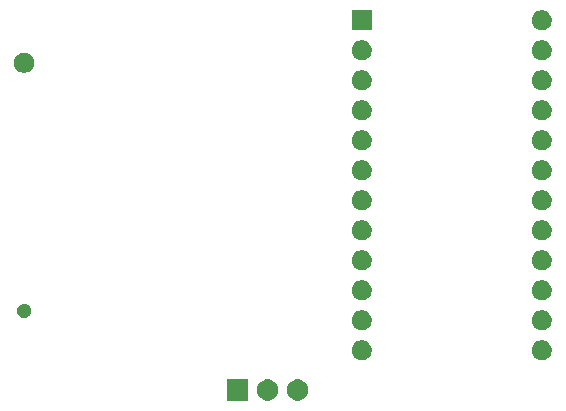
<source format=gbr>
G04 #@! TF.GenerationSoftware,KiCad,Pcbnew,(5.1.5)-3*
G04 #@! TF.CreationDate,2020-01-24T22:37:54-08:00*
G04 #@! TF.ProjectId,sdInterface,7364496e-7465-4726-9661-63652e6b6963,rev?*
G04 #@! TF.SameCoordinates,Original*
G04 #@! TF.FileFunction,Soldermask,Bot*
G04 #@! TF.FilePolarity,Negative*
%FSLAX46Y46*%
G04 Gerber Fmt 4.6, Leading zero omitted, Abs format (unit mm)*
G04 Created by KiCad (PCBNEW (5.1.5)-3) date 2020-01-24 22:37:54*
%MOMM*%
%LPD*%
G04 APERTURE LIST*
%ADD10C,0.100000*%
G04 APERTURE END LIST*
D10*
G36*
X114001000Y-107801000D02*
G01*
X112199000Y-107801000D01*
X112199000Y-105999000D01*
X114001000Y-105999000D01*
X114001000Y-107801000D01*
G37*
G36*
X118293512Y-106003927D02*
G01*
X118442812Y-106033624D01*
X118606784Y-106101544D01*
X118754354Y-106200147D01*
X118879853Y-106325646D01*
X118978456Y-106473216D01*
X119046376Y-106637188D01*
X119081000Y-106811259D01*
X119081000Y-106988741D01*
X119046376Y-107162812D01*
X118978456Y-107326784D01*
X118879853Y-107474354D01*
X118754354Y-107599853D01*
X118606784Y-107698456D01*
X118442812Y-107766376D01*
X118293512Y-107796073D01*
X118268742Y-107801000D01*
X118091258Y-107801000D01*
X118066488Y-107796073D01*
X117917188Y-107766376D01*
X117753216Y-107698456D01*
X117605646Y-107599853D01*
X117480147Y-107474354D01*
X117381544Y-107326784D01*
X117313624Y-107162812D01*
X117279000Y-106988741D01*
X117279000Y-106811259D01*
X117313624Y-106637188D01*
X117381544Y-106473216D01*
X117480147Y-106325646D01*
X117605646Y-106200147D01*
X117753216Y-106101544D01*
X117917188Y-106033624D01*
X118066488Y-106003927D01*
X118091258Y-105999000D01*
X118268742Y-105999000D01*
X118293512Y-106003927D01*
G37*
G36*
X115753512Y-106003927D02*
G01*
X115902812Y-106033624D01*
X116066784Y-106101544D01*
X116214354Y-106200147D01*
X116339853Y-106325646D01*
X116438456Y-106473216D01*
X116506376Y-106637188D01*
X116541000Y-106811259D01*
X116541000Y-106988741D01*
X116506376Y-107162812D01*
X116438456Y-107326784D01*
X116339853Y-107474354D01*
X116214354Y-107599853D01*
X116066784Y-107698456D01*
X115902812Y-107766376D01*
X115753512Y-107796073D01*
X115728742Y-107801000D01*
X115551258Y-107801000D01*
X115526488Y-107796073D01*
X115377188Y-107766376D01*
X115213216Y-107698456D01*
X115065646Y-107599853D01*
X114940147Y-107474354D01*
X114841544Y-107326784D01*
X114773624Y-107162812D01*
X114739000Y-106988741D01*
X114739000Y-106811259D01*
X114773624Y-106637188D01*
X114841544Y-106473216D01*
X114940147Y-106325646D01*
X115065646Y-106200147D01*
X115213216Y-106101544D01*
X115377188Y-106033624D01*
X115526488Y-106003927D01*
X115551258Y-105999000D01*
X115728742Y-105999000D01*
X115753512Y-106003927D01*
G37*
G36*
X123848228Y-102721703D02*
G01*
X124003100Y-102785853D01*
X124142481Y-102878985D01*
X124261015Y-102997519D01*
X124354147Y-103136900D01*
X124418297Y-103291772D01*
X124451000Y-103456184D01*
X124451000Y-103623816D01*
X124418297Y-103788228D01*
X124354147Y-103943100D01*
X124261015Y-104082481D01*
X124142481Y-104201015D01*
X124003100Y-104294147D01*
X123848228Y-104358297D01*
X123683816Y-104391000D01*
X123516184Y-104391000D01*
X123351772Y-104358297D01*
X123196900Y-104294147D01*
X123057519Y-104201015D01*
X122938985Y-104082481D01*
X122845853Y-103943100D01*
X122781703Y-103788228D01*
X122749000Y-103623816D01*
X122749000Y-103456184D01*
X122781703Y-103291772D01*
X122845853Y-103136900D01*
X122938985Y-102997519D01*
X123057519Y-102878985D01*
X123196900Y-102785853D01*
X123351772Y-102721703D01*
X123516184Y-102689000D01*
X123683816Y-102689000D01*
X123848228Y-102721703D01*
G37*
G36*
X139088228Y-102721703D02*
G01*
X139243100Y-102785853D01*
X139382481Y-102878985D01*
X139501015Y-102997519D01*
X139594147Y-103136900D01*
X139658297Y-103291772D01*
X139691000Y-103456184D01*
X139691000Y-103623816D01*
X139658297Y-103788228D01*
X139594147Y-103943100D01*
X139501015Y-104082481D01*
X139382481Y-104201015D01*
X139243100Y-104294147D01*
X139088228Y-104358297D01*
X138923816Y-104391000D01*
X138756184Y-104391000D01*
X138591772Y-104358297D01*
X138436900Y-104294147D01*
X138297519Y-104201015D01*
X138178985Y-104082481D01*
X138085853Y-103943100D01*
X138021703Y-103788228D01*
X137989000Y-103623816D01*
X137989000Y-103456184D01*
X138021703Y-103291772D01*
X138085853Y-103136900D01*
X138178985Y-102997519D01*
X138297519Y-102878985D01*
X138436900Y-102785853D01*
X138591772Y-102721703D01*
X138756184Y-102689000D01*
X138923816Y-102689000D01*
X139088228Y-102721703D01*
G37*
G36*
X139088228Y-100181703D02*
G01*
X139243100Y-100245853D01*
X139382481Y-100338985D01*
X139501015Y-100457519D01*
X139594147Y-100596900D01*
X139658297Y-100751772D01*
X139691000Y-100916184D01*
X139691000Y-101083816D01*
X139658297Y-101248228D01*
X139594147Y-101403100D01*
X139501015Y-101542481D01*
X139382481Y-101661015D01*
X139243100Y-101754147D01*
X139088228Y-101818297D01*
X138923816Y-101851000D01*
X138756184Y-101851000D01*
X138591772Y-101818297D01*
X138436900Y-101754147D01*
X138297519Y-101661015D01*
X138178985Y-101542481D01*
X138085853Y-101403100D01*
X138021703Y-101248228D01*
X137989000Y-101083816D01*
X137989000Y-100916184D01*
X138021703Y-100751772D01*
X138085853Y-100596900D01*
X138178985Y-100457519D01*
X138297519Y-100338985D01*
X138436900Y-100245853D01*
X138591772Y-100181703D01*
X138756184Y-100149000D01*
X138923816Y-100149000D01*
X139088228Y-100181703D01*
G37*
G36*
X123848228Y-100181703D02*
G01*
X124003100Y-100245853D01*
X124142481Y-100338985D01*
X124261015Y-100457519D01*
X124354147Y-100596900D01*
X124418297Y-100751772D01*
X124451000Y-100916184D01*
X124451000Y-101083816D01*
X124418297Y-101248228D01*
X124354147Y-101403100D01*
X124261015Y-101542481D01*
X124142481Y-101661015D01*
X124003100Y-101754147D01*
X123848228Y-101818297D01*
X123683816Y-101851000D01*
X123516184Y-101851000D01*
X123351772Y-101818297D01*
X123196900Y-101754147D01*
X123057519Y-101661015D01*
X122938985Y-101542481D01*
X122845853Y-101403100D01*
X122781703Y-101248228D01*
X122749000Y-101083816D01*
X122749000Y-100916184D01*
X122781703Y-100751772D01*
X122845853Y-100596900D01*
X122938985Y-100457519D01*
X123057519Y-100338985D01*
X123196900Y-100245853D01*
X123351772Y-100181703D01*
X123516184Y-100149000D01*
X123683816Y-100149000D01*
X123848228Y-100181703D01*
G37*
G36*
X95161601Y-99614397D02*
G01*
X95200305Y-99622096D01*
X95232340Y-99635365D01*
X95309680Y-99667400D01*
X95408115Y-99733173D01*
X95491827Y-99816885D01*
X95557600Y-99915320D01*
X95602904Y-100024696D01*
X95626000Y-100140805D01*
X95626000Y-100259195D01*
X95602904Y-100375304D01*
X95557600Y-100484680D01*
X95491827Y-100583115D01*
X95408115Y-100666827D01*
X95309680Y-100732600D01*
X95232340Y-100764635D01*
X95200305Y-100777904D01*
X95161601Y-100785603D01*
X95084195Y-100801000D01*
X94965805Y-100801000D01*
X94888399Y-100785603D01*
X94849695Y-100777904D01*
X94817660Y-100764635D01*
X94740320Y-100732600D01*
X94641885Y-100666827D01*
X94558173Y-100583115D01*
X94492400Y-100484680D01*
X94447096Y-100375304D01*
X94424000Y-100259195D01*
X94424000Y-100140805D01*
X94447096Y-100024696D01*
X94492400Y-99915320D01*
X94558173Y-99816885D01*
X94641885Y-99733173D01*
X94740320Y-99667400D01*
X94817660Y-99635365D01*
X94849695Y-99622096D01*
X94888399Y-99614397D01*
X94965805Y-99599000D01*
X95084195Y-99599000D01*
X95161601Y-99614397D01*
G37*
G36*
X139088228Y-97641703D02*
G01*
X139243100Y-97705853D01*
X139382481Y-97798985D01*
X139501015Y-97917519D01*
X139594147Y-98056900D01*
X139658297Y-98211772D01*
X139691000Y-98376184D01*
X139691000Y-98543816D01*
X139658297Y-98708228D01*
X139594147Y-98863100D01*
X139501015Y-99002481D01*
X139382481Y-99121015D01*
X139243100Y-99214147D01*
X139088228Y-99278297D01*
X138923816Y-99311000D01*
X138756184Y-99311000D01*
X138591772Y-99278297D01*
X138436900Y-99214147D01*
X138297519Y-99121015D01*
X138178985Y-99002481D01*
X138085853Y-98863100D01*
X138021703Y-98708228D01*
X137989000Y-98543816D01*
X137989000Y-98376184D01*
X138021703Y-98211772D01*
X138085853Y-98056900D01*
X138178985Y-97917519D01*
X138297519Y-97798985D01*
X138436900Y-97705853D01*
X138591772Y-97641703D01*
X138756184Y-97609000D01*
X138923816Y-97609000D01*
X139088228Y-97641703D01*
G37*
G36*
X123848228Y-97641703D02*
G01*
X124003100Y-97705853D01*
X124142481Y-97798985D01*
X124261015Y-97917519D01*
X124354147Y-98056900D01*
X124418297Y-98211772D01*
X124451000Y-98376184D01*
X124451000Y-98543816D01*
X124418297Y-98708228D01*
X124354147Y-98863100D01*
X124261015Y-99002481D01*
X124142481Y-99121015D01*
X124003100Y-99214147D01*
X123848228Y-99278297D01*
X123683816Y-99311000D01*
X123516184Y-99311000D01*
X123351772Y-99278297D01*
X123196900Y-99214147D01*
X123057519Y-99121015D01*
X122938985Y-99002481D01*
X122845853Y-98863100D01*
X122781703Y-98708228D01*
X122749000Y-98543816D01*
X122749000Y-98376184D01*
X122781703Y-98211772D01*
X122845853Y-98056900D01*
X122938985Y-97917519D01*
X123057519Y-97798985D01*
X123196900Y-97705853D01*
X123351772Y-97641703D01*
X123516184Y-97609000D01*
X123683816Y-97609000D01*
X123848228Y-97641703D01*
G37*
G36*
X123848228Y-95101703D02*
G01*
X124003100Y-95165853D01*
X124142481Y-95258985D01*
X124261015Y-95377519D01*
X124354147Y-95516900D01*
X124418297Y-95671772D01*
X124451000Y-95836184D01*
X124451000Y-96003816D01*
X124418297Y-96168228D01*
X124354147Y-96323100D01*
X124261015Y-96462481D01*
X124142481Y-96581015D01*
X124003100Y-96674147D01*
X123848228Y-96738297D01*
X123683816Y-96771000D01*
X123516184Y-96771000D01*
X123351772Y-96738297D01*
X123196900Y-96674147D01*
X123057519Y-96581015D01*
X122938985Y-96462481D01*
X122845853Y-96323100D01*
X122781703Y-96168228D01*
X122749000Y-96003816D01*
X122749000Y-95836184D01*
X122781703Y-95671772D01*
X122845853Y-95516900D01*
X122938985Y-95377519D01*
X123057519Y-95258985D01*
X123196900Y-95165853D01*
X123351772Y-95101703D01*
X123516184Y-95069000D01*
X123683816Y-95069000D01*
X123848228Y-95101703D01*
G37*
G36*
X139088228Y-95101703D02*
G01*
X139243100Y-95165853D01*
X139382481Y-95258985D01*
X139501015Y-95377519D01*
X139594147Y-95516900D01*
X139658297Y-95671772D01*
X139691000Y-95836184D01*
X139691000Y-96003816D01*
X139658297Y-96168228D01*
X139594147Y-96323100D01*
X139501015Y-96462481D01*
X139382481Y-96581015D01*
X139243100Y-96674147D01*
X139088228Y-96738297D01*
X138923816Y-96771000D01*
X138756184Y-96771000D01*
X138591772Y-96738297D01*
X138436900Y-96674147D01*
X138297519Y-96581015D01*
X138178985Y-96462481D01*
X138085853Y-96323100D01*
X138021703Y-96168228D01*
X137989000Y-96003816D01*
X137989000Y-95836184D01*
X138021703Y-95671772D01*
X138085853Y-95516900D01*
X138178985Y-95377519D01*
X138297519Y-95258985D01*
X138436900Y-95165853D01*
X138591772Y-95101703D01*
X138756184Y-95069000D01*
X138923816Y-95069000D01*
X139088228Y-95101703D01*
G37*
G36*
X123848228Y-92561703D02*
G01*
X124003100Y-92625853D01*
X124142481Y-92718985D01*
X124261015Y-92837519D01*
X124354147Y-92976900D01*
X124418297Y-93131772D01*
X124451000Y-93296184D01*
X124451000Y-93463816D01*
X124418297Y-93628228D01*
X124354147Y-93783100D01*
X124261015Y-93922481D01*
X124142481Y-94041015D01*
X124003100Y-94134147D01*
X123848228Y-94198297D01*
X123683816Y-94231000D01*
X123516184Y-94231000D01*
X123351772Y-94198297D01*
X123196900Y-94134147D01*
X123057519Y-94041015D01*
X122938985Y-93922481D01*
X122845853Y-93783100D01*
X122781703Y-93628228D01*
X122749000Y-93463816D01*
X122749000Y-93296184D01*
X122781703Y-93131772D01*
X122845853Y-92976900D01*
X122938985Y-92837519D01*
X123057519Y-92718985D01*
X123196900Y-92625853D01*
X123351772Y-92561703D01*
X123516184Y-92529000D01*
X123683816Y-92529000D01*
X123848228Y-92561703D01*
G37*
G36*
X139088228Y-92561703D02*
G01*
X139243100Y-92625853D01*
X139382481Y-92718985D01*
X139501015Y-92837519D01*
X139594147Y-92976900D01*
X139658297Y-93131772D01*
X139691000Y-93296184D01*
X139691000Y-93463816D01*
X139658297Y-93628228D01*
X139594147Y-93783100D01*
X139501015Y-93922481D01*
X139382481Y-94041015D01*
X139243100Y-94134147D01*
X139088228Y-94198297D01*
X138923816Y-94231000D01*
X138756184Y-94231000D01*
X138591772Y-94198297D01*
X138436900Y-94134147D01*
X138297519Y-94041015D01*
X138178985Y-93922481D01*
X138085853Y-93783100D01*
X138021703Y-93628228D01*
X137989000Y-93463816D01*
X137989000Y-93296184D01*
X138021703Y-93131772D01*
X138085853Y-92976900D01*
X138178985Y-92837519D01*
X138297519Y-92718985D01*
X138436900Y-92625853D01*
X138591772Y-92561703D01*
X138756184Y-92529000D01*
X138923816Y-92529000D01*
X139088228Y-92561703D01*
G37*
G36*
X139088228Y-90021703D02*
G01*
X139243100Y-90085853D01*
X139382481Y-90178985D01*
X139501015Y-90297519D01*
X139594147Y-90436900D01*
X139658297Y-90591772D01*
X139691000Y-90756184D01*
X139691000Y-90923816D01*
X139658297Y-91088228D01*
X139594147Y-91243100D01*
X139501015Y-91382481D01*
X139382481Y-91501015D01*
X139243100Y-91594147D01*
X139088228Y-91658297D01*
X138923816Y-91691000D01*
X138756184Y-91691000D01*
X138591772Y-91658297D01*
X138436900Y-91594147D01*
X138297519Y-91501015D01*
X138178985Y-91382481D01*
X138085853Y-91243100D01*
X138021703Y-91088228D01*
X137989000Y-90923816D01*
X137989000Y-90756184D01*
X138021703Y-90591772D01*
X138085853Y-90436900D01*
X138178985Y-90297519D01*
X138297519Y-90178985D01*
X138436900Y-90085853D01*
X138591772Y-90021703D01*
X138756184Y-89989000D01*
X138923816Y-89989000D01*
X139088228Y-90021703D01*
G37*
G36*
X123848228Y-90021703D02*
G01*
X124003100Y-90085853D01*
X124142481Y-90178985D01*
X124261015Y-90297519D01*
X124354147Y-90436900D01*
X124418297Y-90591772D01*
X124451000Y-90756184D01*
X124451000Y-90923816D01*
X124418297Y-91088228D01*
X124354147Y-91243100D01*
X124261015Y-91382481D01*
X124142481Y-91501015D01*
X124003100Y-91594147D01*
X123848228Y-91658297D01*
X123683816Y-91691000D01*
X123516184Y-91691000D01*
X123351772Y-91658297D01*
X123196900Y-91594147D01*
X123057519Y-91501015D01*
X122938985Y-91382481D01*
X122845853Y-91243100D01*
X122781703Y-91088228D01*
X122749000Y-90923816D01*
X122749000Y-90756184D01*
X122781703Y-90591772D01*
X122845853Y-90436900D01*
X122938985Y-90297519D01*
X123057519Y-90178985D01*
X123196900Y-90085853D01*
X123351772Y-90021703D01*
X123516184Y-89989000D01*
X123683816Y-89989000D01*
X123848228Y-90021703D01*
G37*
G36*
X139088228Y-87481703D02*
G01*
X139243100Y-87545853D01*
X139382481Y-87638985D01*
X139501015Y-87757519D01*
X139594147Y-87896900D01*
X139658297Y-88051772D01*
X139691000Y-88216184D01*
X139691000Y-88383816D01*
X139658297Y-88548228D01*
X139594147Y-88703100D01*
X139501015Y-88842481D01*
X139382481Y-88961015D01*
X139243100Y-89054147D01*
X139088228Y-89118297D01*
X138923816Y-89151000D01*
X138756184Y-89151000D01*
X138591772Y-89118297D01*
X138436900Y-89054147D01*
X138297519Y-88961015D01*
X138178985Y-88842481D01*
X138085853Y-88703100D01*
X138021703Y-88548228D01*
X137989000Y-88383816D01*
X137989000Y-88216184D01*
X138021703Y-88051772D01*
X138085853Y-87896900D01*
X138178985Y-87757519D01*
X138297519Y-87638985D01*
X138436900Y-87545853D01*
X138591772Y-87481703D01*
X138756184Y-87449000D01*
X138923816Y-87449000D01*
X139088228Y-87481703D01*
G37*
G36*
X123848228Y-87481703D02*
G01*
X124003100Y-87545853D01*
X124142481Y-87638985D01*
X124261015Y-87757519D01*
X124354147Y-87896900D01*
X124418297Y-88051772D01*
X124451000Y-88216184D01*
X124451000Y-88383816D01*
X124418297Y-88548228D01*
X124354147Y-88703100D01*
X124261015Y-88842481D01*
X124142481Y-88961015D01*
X124003100Y-89054147D01*
X123848228Y-89118297D01*
X123683816Y-89151000D01*
X123516184Y-89151000D01*
X123351772Y-89118297D01*
X123196900Y-89054147D01*
X123057519Y-88961015D01*
X122938985Y-88842481D01*
X122845853Y-88703100D01*
X122781703Y-88548228D01*
X122749000Y-88383816D01*
X122749000Y-88216184D01*
X122781703Y-88051772D01*
X122845853Y-87896900D01*
X122938985Y-87757519D01*
X123057519Y-87638985D01*
X123196900Y-87545853D01*
X123351772Y-87481703D01*
X123516184Y-87449000D01*
X123683816Y-87449000D01*
X123848228Y-87481703D01*
G37*
G36*
X123848228Y-84941703D02*
G01*
X124003100Y-85005853D01*
X124142481Y-85098985D01*
X124261015Y-85217519D01*
X124354147Y-85356900D01*
X124418297Y-85511772D01*
X124451000Y-85676184D01*
X124451000Y-85843816D01*
X124418297Y-86008228D01*
X124354147Y-86163100D01*
X124261015Y-86302481D01*
X124142481Y-86421015D01*
X124003100Y-86514147D01*
X123848228Y-86578297D01*
X123683816Y-86611000D01*
X123516184Y-86611000D01*
X123351772Y-86578297D01*
X123196900Y-86514147D01*
X123057519Y-86421015D01*
X122938985Y-86302481D01*
X122845853Y-86163100D01*
X122781703Y-86008228D01*
X122749000Y-85843816D01*
X122749000Y-85676184D01*
X122781703Y-85511772D01*
X122845853Y-85356900D01*
X122938985Y-85217519D01*
X123057519Y-85098985D01*
X123196900Y-85005853D01*
X123351772Y-84941703D01*
X123516184Y-84909000D01*
X123683816Y-84909000D01*
X123848228Y-84941703D01*
G37*
G36*
X139088228Y-84941703D02*
G01*
X139243100Y-85005853D01*
X139382481Y-85098985D01*
X139501015Y-85217519D01*
X139594147Y-85356900D01*
X139658297Y-85511772D01*
X139691000Y-85676184D01*
X139691000Y-85843816D01*
X139658297Y-86008228D01*
X139594147Y-86163100D01*
X139501015Y-86302481D01*
X139382481Y-86421015D01*
X139243100Y-86514147D01*
X139088228Y-86578297D01*
X138923816Y-86611000D01*
X138756184Y-86611000D01*
X138591772Y-86578297D01*
X138436900Y-86514147D01*
X138297519Y-86421015D01*
X138178985Y-86302481D01*
X138085853Y-86163100D01*
X138021703Y-86008228D01*
X137989000Y-85843816D01*
X137989000Y-85676184D01*
X138021703Y-85511772D01*
X138085853Y-85356900D01*
X138178985Y-85217519D01*
X138297519Y-85098985D01*
X138436900Y-85005853D01*
X138591772Y-84941703D01*
X138756184Y-84909000D01*
X138923816Y-84909000D01*
X139088228Y-84941703D01*
G37*
G36*
X123848228Y-82401703D02*
G01*
X124003100Y-82465853D01*
X124142481Y-82558985D01*
X124261015Y-82677519D01*
X124354147Y-82816900D01*
X124418297Y-82971772D01*
X124451000Y-83136184D01*
X124451000Y-83303816D01*
X124418297Y-83468228D01*
X124354147Y-83623100D01*
X124261015Y-83762481D01*
X124142481Y-83881015D01*
X124003100Y-83974147D01*
X123848228Y-84038297D01*
X123683816Y-84071000D01*
X123516184Y-84071000D01*
X123351772Y-84038297D01*
X123196900Y-83974147D01*
X123057519Y-83881015D01*
X122938985Y-83762481D01*
X122845853Y-83623100D01*
X122781703Y-83468228D01*
X122749000Y-83303816D01*
X122749000Y-83136184D01*
X122781703Y-82971772D01*
X122845853Y-82816900D01*
X122938985Y-82677519D01*
X123057519Y-82558985D01*
X123196900Y-82465853D01*
X123351772Y-82401703D01*
X123516184Y-82369000D01*
X123683816Y-82369000D01*
X123848228Y-82401703D01*
G37*
G36*
X139088228Y-82401703D02*
G01*
X139243100Y-82465853D01*
X139382481Y-82558985D01*
X139501015Y-82677519D01*
X139594147Y-82816900D01*
X139658297Y-82971772D01*
X139691000Y-83136184D01*
X139691000Y-83303816D01*
X139658297Y-83468228D01*
X139594147Y-83623100D01*
X139501015Y-83762481D01*
X139382481Y-83881015D01*
X139243100Y-83974147D01*
X139088228Y-84038297D01*
X138923816Y-84071000D01*
X138756184Y-84071000D01*
X138591772Y-84038297D01*
X138436900Y-83974147D01*
X138297519Y-83881015D01*
X138178985Y-83762481D01*
X138085853Y-83623100D01*
X138021703Y-83468228D01*
X137989000Y-83303816D01*
X137989000Y-83136184D01*
X138021703Y-82971772D01*
X138085853Y-82816900D01*
X138178985Y-82677519D01*
X138297519Y-82558985D01*
X138436900Y-82465853D01*
X138591772Y-82401703D01*
X138756184Y-82369000D01*
X138923816Y-82369000D01*
X139088228Y-82401703D01*
G37*
G36*
X123848228Y-79861703D02*
G01*
X124003100Y-79925853D01*
X124142481Y-80018985D01*
X124261015Y-80137519D01*
X124354147Y-80276900D01*
X124418297Y-80431772D01*
X124451000Y-80596184D01*
X124451000Y-80763816D01*
X124418297Y-80928228D01*
X124354147Y-81083100D01*
X124261015Y-81222481D01*
X124142481Y-81341015D01*
X124003100Y-81434147D01*
X123848228Y-81498297D01*
X123683816Y-81531000D01*
X123516184Y-81531000D01*
X123351772Y-81498297D01*
X123196900Y-81434147D01*
X123057519Y-81341015D01*
X122938985Y-81222481D01*
X122845853Y-81083100D01*
X122781703Y-80928228D01*
X122749000Y-80763816D01*
X122749000Y-80596184D01*
X122781703Y-80431772D01*
X122845853Y-80276900D01*
X122938985Y-80137519D01*
X123057519Y-80018985D01*
X123196900Y-79925853D01*
X123351772Y-79861703D01*
X123516184Y-79829000D01*
X123683816Y-79829000D01*
X123848228Y-79861703D01*
G37*
G36*
X139088228Y-79861703D02*
G01*
X139243100Y-79925853D01*
X139382481Y-80018985D01*
X139501015Y-80137519D01*
X139594147Y-80276900D01*
X139658297Y-80431772D01*
X139691000Y-80596184D01*
X139691000Y-80763816D01*
X139658297Y-80928228D01*
X139594147Y-81083100D01*
X139501015Y-81222481D01*
X139382481Y-81341015D01*
X139243100Y-81434147D01*
X139088228Y-81498297D01*
X138923816Y-81531000D01*
X138756184Y-81531000D01*
X138591772Y-81498297D01*
X138436900Y-81434147D01*
X138297519Y-81341015D01*
X138178985Y-81222481D01*
X138085853Y-81083100D01*
X138021703Y-80928228D01*
X137989000Y-80763816D01*
X137989000Y-80596184D01*
X138021703Y-80431772D01*
X138085853Y-80276900D01*
X138178985Y-80137519D01*
X138297519Y-80018985D01*
X138436900Y-79925853D01*
X138591772Y-79861703D01*
X138756184Y-79829000D01*
X138923816Y-79829000D01*
X139088228Y-79861703D01*
G37*
G36*
X95273228Y-78381703D02*
G01*
X95428100Y-78445853D01*
X95567481Y-78538985D01*
X95686015Y-78657519D01*
X95779147Y-78796900D01*
X95843297Y-78951772D01*
X95876000Y-79116184D01*
X95876000Y-79283816D01*
X95843297Y-79448228D01*
X95779147Y-79603100D01*
X95686015Y-79742481D01*
X95567481Y-79861015D01*
X95428100Y-79954147D01*
X95273228Y-80018297D01*
X95108816Y-80051000D01*
X94941184Y-80051000D01*
X94776772Y-80018297D01*
X94621900Y-79954147D01*
X94482519Y-79861015D01*
X94363985Y-79742481D01*
X94270853Y-79603100D01*
X94206703Y-79448228D01*
X94174000Y-79283816D01*
X94174000Y-79116184D01*
X94206703Y-78951772D01*
X94270853Y-78796900D01*
X94363985Y-78657519D01*
X94482519Y-78538985D01*
X94621900Y-78445853D01*
X94776772Y-78381703D01*
X94941184Y-78349000D01*
X95108816Y-78349000D01*
X95273228Y-78381703D01*
G37*
G36*
X139088228Y-77321703D02*
G01*
X139243100Y-77385853D01*
X139382481Y-77478985D01*
X139501015Y-77597519D01*
X139594147Y-77736900D01*
X139658297Y-77891772D01*
X139691000Y-78056184D01*
X139691000Y-78223816D01*
X139658297Y-78388228D01*
X139594147Y-78543100D01*
X139501015Y-78682481D01*
X139382481Y-78801015D01*
X139243100Y-78894147D01*
X139088228Y-78958297D01*
X138923816Y-78991000D01*
X138756184Y-78991000D01*
X138591772Y-78958297D01*
X138436900Y-78894147D01*
X138297519Y-78801015D01*
X138178985Y-78682481D01*
X138085853Y-78543100D01*
X138021703Y-78388228D01*
X137989000Y-78223816D01*
X137989000Y-78056184D01*
X138021703Y-77891772D01*
X138085853Y-77736900D01*
X138178985Y-77597519D01*
X138297519Y-77478985D01*
X138436900Y-77385853D01*
X138591772Y-77321703D01*
X138756184Y-77289000D01*
X138923816Y-77289000D01*
X139088228Y-77321703D01*
G37*
G36*
X123848228Y-77321703D02*
G01*
X124003100Y-77385853D01*
X124142481Y-77478985D01*
X124261015Y-77597519D01*
X124354147Y-77736900D01*
X124418297Y-77891772D01*
X124451000Y-78056184D01*
X124451000Y-78223816D01*
X124418297Y-78388228D01*
X124354147Y-78543100D01*
X124261015Y-78682481D01*
X124142481Y-78801015D01*
X124003100Y-78894147D01*
X123848228Y-78958297D01*
X123683816Y-78991000D01*
X123516184Y-78991000D01*
X123351772Y-78958297D01*
X123196900Y-78894147D01*
X123057519Y-78801015D01*
X122938985Y-78682481D01*
X122845853Y-78543100D01*
X122781703Y-78388228D01*
X122749000Y-78223816D01*
X122749000Y-78056184D01*
X122781703Y-77891772D01*
X122845853Y-77736900D01*
X122938985Y-77597519D01*
X123057519Y-77478985D01*
X123196900Y-77385853D01*
X123351772Y-77321703D01*
X123516184Y-77289000D01*
X123683816Y-77289000D01*
X123848228Y-77321703D01*
G37*
G36*
X124451000Y-76451000D02*
G01*
X122749000Y-76451000D01*
X122749000Y-74749000D01*
X124451000Y-74749000D01*
X124451000Y-76451000D01*
G37*
G36*
X139088228Y-74781703D02*
G01*
X139243100Y-74845853D01*
X139382481Y-74938985D01*
X139501015Y-75057519D01*
X139594147Y-75196900D01*
X139658297Y-75351772D01*
X139691000Y-75516184D01*
X139691000Y-75683816D01*
X139658297Y-75848228D01*
X139594147Y-76003100D01*
X139501015Y-76142481D01*
X139382481Y-76261015D01*
X139243100Y-76354147D01*
X139088228Y-76418297D01*
X138923816Y-76451000D01*
X138756184Y-76451000D01*
X138591772Y-76418297D01*
X138436900Y-76354147D01*
X138297519Y-76261015D01*
X138178985Y-76142481D01*
X138085853Y-76003100D01*
X138021703Y-75848228D01*
X137989000Y-75683816D01*
X137989000Y-75516184D01*
X138021703Y-75351772D01*
X138085853Y-75196900D01*
X138178985Y-75057519D01*
X138297519Y-74938985D01*
X138436900Y-74845853D01*
X138591772Y-74781703D01*
X138756184Y-74749000D01*
X138923816Y-74749000D01*
X139088228Y-74781703D01*
G37*
M02*

</source>
